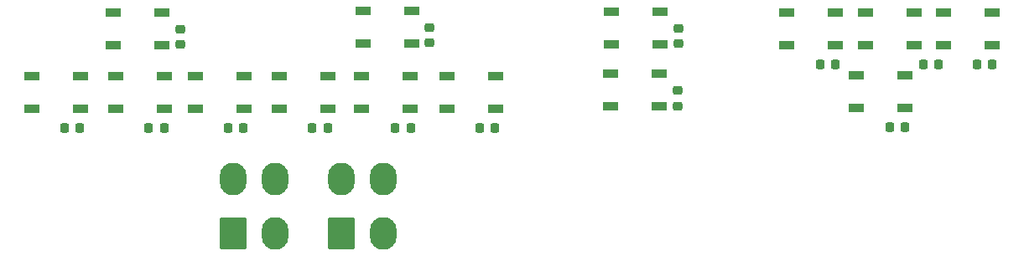
<source format=gbr>
%TF.GenerationSoftware,KiCad,Pcbnew,(6.0.9)*%
%TF.CreationDate,2023-04-01T14:39:57-08:00*%
%TF.ProjectId,LEFT CIRCUIT BREAKER,4c454654-2043-4495-9243-554954204252,1*%
%TF.SameCoordinates,Original*%
%TF.FileFunction,Soldermask,Top*%
%TF.FilePolarity,Negative*%
%FSLAX46Y46*%
G04 Gerber Fmt 4.6, Leading zero omitted, Abs format (unit mm)*
G04 Created by KiCad (PCBNEW (6.0.9)) date 2023-04-01 14:39:57*
%MOMM*%
%LPD*%
G01*
G04 APERTURE LIST*
G04 Aperture macros list*
%AMRoundRect*
0 Rectangle with rounded corners*
0 $1 Rounding radius*
0 $2 $3 $4 $5 $6 $7 $8 $9 X,Y pos of 4 corners*
0 Add a 4 corners polygon primitive as box body*
4,1,4,$2,$3,$4,$5,$6,$7,$8,$9,$2,$3,0*
0 Add four circle primitives for the rounded corners*
1,1,$1+$1,$2,$3*
1,1,$1+$1,$4,$5*
1,1,$1+$1,$6,$7*
1,1,$1+$1,$8,$9*
0 Add four rect primitives between the rounded corners*
20,1,$1+$1,$2,$3,$4,$5,0*
20,1,$1+$1,$4,$5,$6,$7,0*
20,1,$1+$1,$6,$7,$8,$9,0*
20,1,$1+$1,$8,$9,$2,$3,0*%
G04 Aperture macros list end*
%ADD10RoundRect,0.225000X-0.225000X-0.250000X0.225000X-0.250000X0.225000X0.250000X-0.225000X0.250000X0*%
%ADD11RoundRect,0.225000X-0.250000X0.225000X-0.250000X-0.225000X0.250000X-0.225000X0.250000X0.225000X0*%
%ADD12RoundRect,0.225000X0.225000X0.250000X-0.225000X0.250000X-0.225000X-0.250000X0.225000X-0.250000X0*%
%ADD13R,1.500000X0.900000*%
%ADD14RoundRect,0.250001X-1.099999X-1.399999X1.099999X-1.399999X1.099999X1.399999X-1.099999X1.399999X0*%
%ADD15O,2.700000X3.300000*%
G04 APERTURE END LIST*
D10*
%TO.C,C2*%
X16715840Y1175720D03*
X18265840Y1175720D03*
%TD*%
D11*
%TO.C,C3*%
X28378840Y11163220D03*
X28378840Y9613220D03*
%TD*%
D10*
%TO.C,C4*%
X25215840Y1175720D03*
X26765840Y1175720D03*
%TD*%
%TO.C,C5*%
X33215840Y1175720D03*
X34765840Y1175720D03*
%TD*%
%TO.C,C6*%
X41715840Y1175720D03*
X43265840Y1175720D03*
%TD*%
D11*
%TO.C,C7*%
X53578840Y11338220D03*
X53578840Y9788220D03*
%TD*%
D10*
%TO.C,C8*%
X50115840Y1175720D03*
X51665840Y1175720D03*
%TD*%
%TO.C,C9*%
X58615840Y1175720D03*
X60165840Y1175720D03*
%TD*%
D11*
%TO.C,C11*%
X78578840Y4938220D03*
X78578840Y3388220D03*
%TD*%
D10*
%TO.C,C12*%
X93015840Y7575720D03*
X94565840Y7575720D03*
%TD*%
%TO.C,C13*%
X100015840Y1275720D03*
X101565840Y1275720D03*
%TD*%
D12*
%TO.C,C14*%
X104941840Y7575720D03*
X103391840Y7575720D03*
%TD*%
D11*
%TO.C,C10*%
X78678840Y11238220D03*
X78678840Y9688220D03*
%TD*%
D10*
%TO.C,C15*%
X108815840Y7575720D03*
X110365840Y7575720D03*
%TD*%
D13*
%TO.C,D1*%
X13414840Y6369320D03*
X13414840Y3069320D03*
X18314840Y3069320D03*
X18314840Y6369320D03*
%TD*%
%TO.C,D2*%
X21632840Y12846520D03*
X21632840Y9546520D03*
X26532840Y9546520D03*
X26532840Y12846520D03*
%TD*%
%TO.C,D3*%
X21861840Y6369520D03*
X21861840Y3069520D03*
X26761840Y3069520D03*
X26761840Y6369520D03*
%TD*%
%TO.C,D4*%
X29936840Y6369520D03*
X29936840Y3069520D03*
X34836840Y3069520D03*
X34836840Y6369520D03*
%TD*%
%TO.C,D5*%
X38396840Y6420320D03*
X38396840Y3120320D03*
X43296840Y3120320D03*
X43296840Y6420320D03*
%TD*%
%TO.C,D6*%
X46877840Y13049720D03*
X46877840Y9749720D03*
X51777840Y9749720D03*
X51777840Y13049720D03*
%TD*%
%TO.C,D7*%
X46702840Y6420320D03*
X46702840Y3120320D03*
X51602840Y3120320D03*
X51602840Y6420320D03*
%TD*%
%TO.C,D8*%
X55299840Y6394720D03*
X55299840Y3094720D03*
X60199840Y3094720D03*
X60199840Y6394720D03*
%TD*%
%TO.C,D9*%
X71936840Y12922520D03*
X71936840Y9622520D03*
X76836840Y9622520D03*
X76836840Y12922520D03*
%TD*%
%TO.C,D10*%
X71859840Y6648720D03*
X71859840Y3348720D03*
X76759840Y3348720D03*
X76759840Y6648720D03*
%TD*%
%TO.C,D11*%
X89602840Y12821120D03*
X89602840Y9521120D03*
X94502840Y9521120D03*
X94502840Y12821120D03*
%TD*%
%TO.C,D13*%
X97603840Y12821120D03*
X97603840Y9521120D03*
X102503840Y9521120D03*
X102503840Y12821120D03*
%TD*%
%TO.C,D14*%
X105477840Y12821120D03*
X105477840Y9521120D03*
X110377840Y9521120D03*
X110377840Y12821120D03*
%TD*%
%TO.C,D12*%
X96638840Y6471120D03*
X96638840Y3171120D03*
X101538840Y3171120D03*
X101538840Y6471120D03*
%TD*%
D14*
%TO.C,J1*%
X33778840Y-9524280D03*
D15*
X37978840Y-9524280D03*
X33778840Y-4024280D03*
X37978840Y-4024280D03*
%TD*%
D14*
%TO.C,J2*%
X44678840Y-9524280D03*
D15*
X48878840Y-9524280D03*
X44678840Y-4024280D03*
X48878840Y-4024280D03*
%TD*%
M02*

</source>
